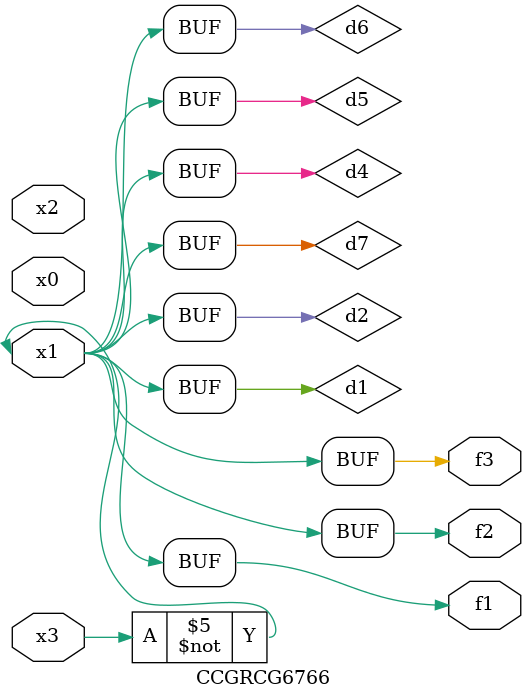
<source format=v>
module CCGRCG6766(
	input x0, x1, x2, x3,
	output f1, f2, f3
);

	wire d1, d2, d3, d4, d5, d6, d7;

	not (d1, x3);
	buf (d2, x1);
	xnor (d3, d1, d2);
	nor (d4, d1);
	buf (d5, d1, d2);
	buf (d6, d4, d5);
	nand (d7, d4);
	assign f1 = d6;
	assign f2 = d7;
	assign f3 = d6;
endmodule

</source>
